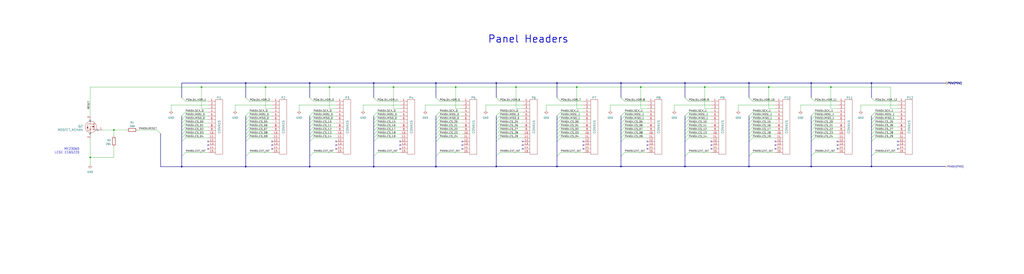
<source format=kicad_sch>
(kicad_sch (version 20250114) (generator "eeschema") (generator_version "9.0")
  (paper "User" 711.2 190.5)
  (title_block (title "12-12 Teensy G4.1 Arena Modular LED Display") (date "2024-12-23") (rev "v9.2") (company "IORodeo for Reiserlab @ Janelia"))
  (lib_symbols
    (symbol "Device:R" (pin_numbers (hide yes)) (pin_names (offset 0))
      (property "Reference" "R" (at 2.032 0 90))
      (property "Value" "R" (at 0 0 90))
      (symbol "R_0_1"
        (rectangle (start -1.016 -2.54) (end 1.016 2.54) (stroke (width 0.254)))
      )
      (symbol "R_1_1"
        (pin passive line (at 0 3.81 270) (length 1.27) (name "~") (number "1"))
        (pin passive line (at 0 -3.81 90) (length 1.27) (name "~") (number "2"))
      )
    )
    (symbol "arena_custom:CONN15" (pin_names (offset 1.016))
      (property "Reference" "P" (at -17.78 6.35 0))
      (property "Value" "CONN15" (at 13.97 6.35 0))
      (symbol "CONN15_0_1"
        (rectangle (start -19.05 5.08) (end 19.05 0))
      )
      (symbol "CONN15_1_1"
        (pin passive line (at -17.78 -5.08 90) (length 5.08) (name "~") (number "1"))
        (pin passive line (at -15.24 -5.08 90) (length 5.08) (name "~") (number "2"))
        (pin passive line (at -12.7 -5.08 90) (length 5.08) (name "~") (number "3"))
        (pin passive line (at -10.16 -5.08 90) (length 5.08) (name "~") (number "4"))
        (pin passive line (at -7.62 -5.08 90) (length 5.08) (name "~") (number "5"))
        (pin passive line (at -5.08 -5.08 90) (length 5.08) (name "~") (number "6"))
        (pin passive line (at -2.54 -5.08 90) (length 5.08) (name "~") (number "7"))
        (pin passive line (at 0 -5.08 90) (length 5.08) (name "~") (number "8"))
        (pin passive line (at 2.54 -5.08 90) (length 5.08) (name "~") (number "9"))
        (pin passive line (at 5.08 -5.08 90) (length 5.08) (name "~") (number "10"))
        (pin passive line (at 7.62 -5.08 90) (length 5.08) (name "~") (number "11"))
        (pin passive line (at 10.16 -5.08 90) (length 5.08) (name "~") (number "12"))
        (pin passive line (at 12.7 -5.08 90) (length 5.08) (name "~") (number "13"))
        (pin passive line (at 15.24 -5.08 90) (length 5.08) (name "~") (number "14"))
        (pin passive line (at 17.78 -5.08 90) (length 5.08) (name "~") (number "15"))
      )
    )
    (symbol "arena_custom:MOSFET_NCHAN" (pin_names (offset 1.016))
      (property "Reference" "Q" (at -4.826 6.35 0))
      (property "Value" "MOSFET_NCHAN" (at 0.381 -7.62 0))
      (symbol "MOSFET_NCHAN_0_1"
        (polyline (pts (xy -6.858 0) (xy -5.842 0)))
        (polyline (pts (xy -6.096 0) (xy -3.048 0) (xy -3.048 4.572)))
        (polyline (pts (xy -2.54 3.556) (xy -2.54 4.572)) (stroke (width 0.254)))
        (polyline (pts (xy -2.54 2.286) (xy -1.778 2.794) (xy -1.778 1.778) (xy -2.54 2.286)) (fill (type outline)))
        (polyline (pts (xy -2.54 1.778) (xy -2.54 2.794)) (stroke (width 0.254)))
        (polyline (pts (xy -2.54 0.508) (xy 0 0.508) (xy 0 2.286) (xy -1.778 2.286)))
        (polyline (pts (xy -2.54 0) (xy -2.54 1.016)) (stroke (width 0.254)))
        (circle (center -0.508 2.032) (radius 3.9624))
        (polyline (pts (xy -0.254 4.064) (xy -2.54 4.064)))
        (polyline (pts (xy 0 8.255) (xy 0 4.064)))
        (circle (center 0 0.508) (radius 0.254) (fill (type outline)))
        (polyline (pts (xy 0 0.508) (xy 0 -1.524)))
        (polyline (pts (xy 0 -0.508) (xy 1.778 -0.508) (xy 1.778 4.064) (xy -0.254 4.064)))
        (polyline (pts (xy 0 -4.318) (xy 0 -1.524)))
        (polyline (pts (xy 1.27 2.032) (xy 2.286 2.032)))
        (polyline (pts (xy 1.778 2.032) (xy 1.27 1.27) (xy 2.286 1.27) (xy 1.778 2.032)) (fill (type outline)))
      )
      (symbol "MOSFET_NCHAN_1_1"
        (pin input line (at -8.128 0 0) (length 1.27) (name "G") (number "1"))
        (pin input line (at 0 9.525 270) (length 1.27) (name "D") (number "3"))
        (pin input line (at 0 -5.588 90) (length 1.27) (name "S") (number "2"))
      )
    )
    (symbol "power:GND" (power) (pin_names (offset 0))
      (property "Value" "GND" (at 0 -3.81 0))
      (symbol "GND_0_1"
        (polyline (pts (xy 0 0) (xy 0 -1.27) (xy 1.27 -1.27) (xy 0 -2.54) (xy -1.27 -1.27) (xy 0 -1.27)))
      )
      (symbol "GND_1_1"
        (pin power_in line (at 0 0 270) (length 0) (hide yes) (name "GND") (number "1"))
      )
    )
  )
  (bus_alias "PAN" (members "RESET" "SCK_0" "MOSI_0" "MISO_0" "SCK_1" "MOSI_1" "MISO_1" "CS_00" "CS_01" "CS_02" "CS_03" "CS_04" "CS_05" "CS_06" "CS_07" "CS_08" "CS_09" "CS_10" "CS_11" "CS_12" "CS_13" "CS_14" "CS_15" "CS_16" "CS_17" "CS_18" "CS_19" "CS_20" "CS_21" "CS_22" "CS_23" "CS_24" "CS_25" "CS_26" "CS_27" "CS_28" "CS_29" "EXT_INT"))
  (text "Panel Headers" (at 338.709 30.226 0) (effects (font (size 5.08 5.08) (thickness 0.508) (bold yes)) (justify left bottom)))
  (text "ME2306D\nLCSC C165220\n" (at 55.245 107.061 0) (effects (font (size 1.524 1.524)) (justify right bottom)))
  (junction (at 259.588 57.785))
  (junction (at 386.842 57.785))
  (junction (at 431.292 115.824))
  (junction (at 316.484 60.579))
  (junction (at 475.742 115.824))
  (junction (at 563.372 57.785))
  (junction (at 386.842 115.824))
  (junction (at 62.611 109.474))
  (junction (at 215.138 115.951))
  (junction (at 563.372 115.824))
  (junction (at 139.954 60.579))
  (junction (at 79.121 90.424))
  (junction (at 520.192 115.824))
  (junction (at 184.404 60.579))
  (junction (at 445.008 60.579))
  (junction (at 170.688 115.951))
  (junction (at 577.088 60.579))
  (junction (at 273.304 60.579))
  (junction (at 489.458 60.579))
  (junction (at 520.192 57.785))
  (junction (at 344.678 115.824))
  (junction (at 302.768 57.785))
  (junction (at 431.292 57.785))
  (junction (at 533.908 60.579))
  (junction (at 475.742 57.785))
  (junction (at 215.138 57.785))
  (junction (at 126.238 115.951))
  (junction (at 358.394 60.579))
  (junction (at 228.854 60.579))
  (junction (at 605.282 115.824))
  (junction (at 605.282 57.785))
  (junction (at 170.688 57.785))
  (junction (at 344.678 57.785))
  (junction (at 400.558 60.579))
  (junction (at 259.588 115.951))
  (junction (at 302.768 115.951))
  (no_connect (at 144.526 100.965))
  (no_connect (at 623.57 103.505))
  (no_connect (at 581.66 98.425))
  (no_connect (at 623.57 98.425))
  (no_connect (at 321.056 103.505))
  (no_connect (at 494.03 103.505))
  (no_connect (at 581.66 103.505))
  (no_connect (at 321.056 100.965))
  (no_connect (at 405.13 98.425))
  (no_connect (at 449.58 103.505))
  (no_connect (at 188.976 100.965))
  (no_connect (at 233.426 103.505))
  (no_connect (at 538.48 103.505))
  (no_connect (at 581.66 100.965))
  (no_connect (at 144.526 103.505))
  (no_connect (at 362.966 98.425))
  (no_connect (at 449.58 100.965))
  (no_connect (at 188.976 98.425))
  (no_connect (at 233.426 98.425))
  (no_connect (at 538.48 100.965))
  (no_connect (at 362.966 100.965))
  (no_connect (at 623.57 100.965))
  (no_connect (at 494.03 98.425))
  (no_connect (at 494.03 100.965))
  (no_connect (at 233.426 100.965))
  (no_connect (at 449.58 98.425))
  (no_connect (at 277.876 100.965))
  (no_connect (at 538.48 98.425))
  (no_connect (at 405.13 100.965))
  (no_connect (at 405.13 103.505))
  (no_connect (at 144.526 98.425))
  (no_connect (at 188.976 103.505))
  (no_connect (at 277.876 103.505))
  (no_connect (at 362.966 103.505))
  (no_connect (at 277.876 98.425))
  (no_connect (at 321.056 98.425))
  (bus_entry (at 563.372 88.265) (size 2.54 -2.54))
  (bus_entry (at 386.842 83.185) (size 2.54 -2.54))
  (bus_entry (at 302.768 80.645) (size 2.54 -2.54))
  (bus_entry (at 386.842 67.945) (size 2.54 2.54))
  (bus_entry (at 605.282 85.725) (size 2.54 -2.54))
  (bus_entry (at 475.742 98.425) (size 2.54 -2.54))
  (bus_entry (at 605.282 88.265) (size 2.54 -2.54))
  (bus_entry (at 344.678 90.805) (size 2.54 -2.54))
  (bus_entry (at 170.688 85.725) (size 2.54 -2.54))
  (bus_entry (at 259.588 98.425) (size 2.54 -2.54))
  (bus_entry (at 520.192 95.885) (size 2.54 -2.54))
  (bus_entry (at 126.238 85.725) (size 2.54 -2.54))
  (bus_entry (at 215.138 90.805) (size 2.54 -2.54))
  (bus_entry (at 215.138 98.425) (size 2.54 -2.54))
  (bus_entry (at 563.372 108.585) (size 2.54 -2.54))
  (bus_entry (at 126.238 80.645) (size 2.54 -2.54))
  (bus_entry (at 126.238 67.945) (size 2.54 2.54))
  (bus_entry (at 475.742 90.805) (size 2.54 -2.54))
  (bus_entry (at 605.282 80.645) (size 2.54 -2.54))
  (bus_entry (at 170.688 93.345) (size 2.54 -2.54))
  (bus_entry (at 520.192 83.185) (size 2.54 -2.54))
  (bus_entry (at 259.588 90.805) (size 2.54 -2.54))
  (bus_entry (at 170.688 95.885) (size 2.54 -2.54))
  (bus_entry (at 475.742 80.645) (size 2.54 -2.54))
  (bus_entry (at 431.292 98.425) (size 2.54 -2.54))
  (bus_entry (at 344.678 80.645) (size 2.54 -2.54))
  (bus_entry (at 344.678 85.725) (size 2.54 -2.54))
  (bus_entry (at 344.678 93.345) (size 2.54 -2.54))
  (bus_entry (at 386.842 88.265) (size 2.54 -2.54))
  (bus_entry (at 431.292 85.725) (size 2.54 -2.54))
  (bus_entry (at 215.138 80.645) (size 2.54 -2.54))
  (bus_entry (at 302.768 93.345) (size 2.54 -2.54))
  (bus_entry (at 126.238 95.885) (size 2.54 -2.54))
  (bus_entry (at 520.192 67.945) (size 2.54 2.54))
  (bus_entry (at 170.688 98.425) (size 2.54 -2.54))
  (bus_entry (at 475.742 85.725) (size 2.54 -2.54))
  (bus_entry (at 215.138 93.345) (size 2.54 -2.54))
  (bus_entry (at 386.842 95.885) (size 2.54 -2.54))
  (bus_entry (at 344.678 108.585) (size 2.54 -2.54))
  (bus_entry (at 563.372 95.885) (size 2.54 -2.54))
  (bus_entry (at 259.588 80.645) (size 2.54 -2.54))
  (bus_entry (at 215.138 88.265) (size 2.54 -2.54))
  (bus_entry (at 386.842 98.425) (size 2.54 -2.54))
  (bus_entry (at 475.742 95.885) (size 2.54 -2.54))
  (bus_entry (at 386.842 93.345) (size 2.54 -2.54))
  (bus_entry (at 170.688 108.585) (size 2.54 -2.54))
  (bus_entry (at 215.138 85.725) (size 2.54 -2.54))
  (bus_entry (at 111.506 92.964) (size -2.54 -2.54))
  (bus_entry (at 475.742 108.585) (size 2.54 -2.54))
  (bus_entry (at 563.372 83.185) (size 2.54 -2.54))
  (bus_entry (at 302.768 95.885) (size 2.54 -2.54))
  (bus_entry (at 302.768 108.585) (size 2.54 -2.54))
  (bus_entry (at 344.678 83.185) (size 2.54 -2.54))
  (bus_entry (at 431.292 93.345) (size 2.54 -2.54))
  (bus_entry (at 259.588 93.345) (size 2.54 -2.54))
  (bus_entry (at 344.678 98.425) (size 2.54 -2.54))
  (bus_entry (at 605.282 83.185) (size 2.54 -2.54))
  (bus_entry (at 215.138 95.885) (size 2.54 -2.54))
  (bus_entry (at 605.282 108.585) (size 2.54 -2.54))
  (bus_entry (at 431.292 80.645) (size 2.54 -2.54))
  (bus_entry (at 475.742 83.185) (size 2.54 -2.54))
  (bus_entry (at 126.238 83.185) (size 2.54 -2.54))
  (bus_entry (at 302.768 98.425) (size 2.54 -2.54))
  (bus_entry (at 259.588 85.725) (size 2.54 -2.54))
  (bus_entry (at 344.678 67.945) (size 2.54 2.54))
  (bus_entry (at 431.292 67.945) (size 2.54 2.54))
  (bus_entry (at 520.192 93.345) (size 2.54 -2.54))
  (bus_entry (at 126.238 90.805) (size 2.54 -2.54))
  (bus_entry (at 259.588 67.945) (size 2.54 2.54))
  (bus_entry (at 344.678 95.885) (size 2.54 -2.54))
  (bus_entry (at 605.282 98.425) (size 2.54 -2.54))
  (bus_entry (at 344.678 88.265) (size 2.54 -2.54))
  (bus_entry (at 431.292 88.265) (size 2.54 -2.54))
  (bus_entry (at 563.372 98.425) (size 2.54 -2.54))
  (bus_entry (at 475.742 67.945) (size 2.54 2.54))
  (bus_entry (at 520.192 98.425) (size 2.54 -2.54))
  (bus_entry (at 563.372 90.805) (size 2.54 -2.54))
  (bus_entry (at 170.688 83.185) (size 2.54 -2.54))
  (bus_entry (at 475.742 93.345) (size 2.54 -2.54))
  (bus_entry (at 170.688 90.805) (size 2.54 -2.54))
  (bus_entry (at 386.842 108.585) (size 2.54 -2.54))
  (bus_entry (at 259.588 88.265) (size 2.54 -2.54))
  (bus_entry (at 259.588 95.885) (size 2.54 -2.54))
  (bus_entry (at 520.192 88.265) (size 2.54 -2.54))
  (bus_entry (at 126.238 88.265) (size 2.54 -2.54))
  (bus_entry (at 563.372 67.945) (size 2.54 2.54))
  (bus_entry (at 302.768 67.945) (size 2.54 2.54))
  (bus_entry (at 215.138 108.585) (size 2.54 -2.54))
  (bus_entry (at 302.768 90.805) (size 2.54 -2.54))
  (bus_entry (at 475.742 88.265) (size 2.54 -2.54))
  (bus_entry (at 563.372 93.345) (size 2.54 -2.54))
  (bus_entry (at 605.282 95.885) (size 2.54 -2.54))
  (bus_entry (at 126.238 98.425) (size 2.54 -2.54))
  (bus_entry (at 126.238 93.345) (size 2.54 -2.54))
  (bus_entry (at 431.292 90.805) (size 2.54 -2.54))
  (bus_entry (at 170.688 88.265) (size 2.54 -2.54))
  (bus_entry (at 431.292 83.185) (size 2.54 -2.54))
  (bus_entry (at 563.372 80.645) (size 2.54 -2.54))
  (bus_entry (at 259.588 108.585) (size 2.54 -2.54))
  (bus_entry (at 215.138 83.185) (size 2.54 -2.54))
  (bus_entry (at 520.192 108.585) (size 2.54 -2.54))
  (bus_entry (at 302.768 85.725) (size 2.54 -2.54))
  (bus_entry (at 126.238 108.585) (size 2.54 -2.54))
  (bus_entry (at 386.842 85.725) (size 2.54 -2.54))
  (bus_entry (at 520.192 80.645) (size 2.54 -2.54))
  (bus_entry (at 170.688 67.945) (size 2.54 2.54))
  (bus_entry (at 386.842 80.645) (size 2.54 -2.54))
  (bus_entry (at 431.292 95.885) (size 2.54 -2.54))
  (bus_entry (at 605.282 93.345) (size 2.54 -2.54))
  (bus_entry (at 520.192 90.805) (size 2.54 -2.54))
  (bus_entry (at 302.768 83.185) (size 2.54 -2.54))
  (bus_entry (at 605.282 90.805) (size 2.54 -2.54))
  (bus_entry (at 259.588 83.185) (size 2.54 -2.54))
  (bus_entry (at 170.688 80.645) (size 2.54 -2.54))
  (bus_entry (at 431.292 108.585) (size 2.54 -2.54))
  (bus_entry (at 605.282 67.945) (size 2.54 2.54))
  (bus_entry (at 386.842 90.805) (size 2.54 -2.54))
  (bus_entry (at 563.372 85.725) (size 2.54 -2.54))
  (bus_entry (at 215.138 67.945) (size 2.54 2.54))
  (bus_entry (at 302.768 88.265) (size 2.54 -2.54))
  (bus_entry (at 520.192 85.725) (size 2.54 -2.54))
  (wire (pts (xy 184.404 75.565) (xy 184.404 60.579)))
  (wire (pts (xy 565.912 95.885) (xy 581.66 95.885)))
  (bus (pts (xy 259.588 115.951) (xy 302.768 115.951)))
  (bus (pts (xy 170.688 115.951) (xy 215.138 115.951)))
  (wire (pts (xy 305.308 93.345) (xy 321.056 93.345)))
  (bus (pts (xy 111.506 92.964) (xy 111.506 115.951)))
  (wire (pts (xy 597.916 73.025) (xy 623.57 73.025)))
  (bus (pts (xy 259.588 115.951) (xy 259.588 108.585)))
  (wire (pts (xy 533.908 75.565) (xy 533.908 60.579)))
  (wire (pts (xy 556.006 73.025) (xy 556.006 76.835)))
  (wire (pts (xy 433.832 93.345) (xy 449.58 93.345)))
  (bus (pts (xy 126.238 83.185) (xy 126.238 85.725)))
  (wire (pts (xy 478.282 88.265) (xy 494.03 88.265)))
  (bus (pts (xy 431.292 88.265) (xy 431.292 90.805)))
  (bus (pts (xy 475.742 88.265) (xy 475.742 90.805)))
  (wire (pts (xy 108.966 90.424) (xy 95.631 90.424)))
  (bus (pts (xy 215.138 90.805) (xy 215.138 93.345)))
  (bus (pts (xy 605.282 85.725) (xy 605.282 88.265)))
  (bus (pts (xy 170.688 95.885) (xy 170.688 98.425)))
  (bus (pts (xy 475.742 80.645) (xy 475.742 83.185)))
  (wire (pts (xy 262.128 95.885) (xy 277.876 95.885)))
  (bus (pts (xy 563.372 85.725) (xy 563.372 88.265)))
  (bus (pts (xy 126.238 95.885) (xy 126.238 98.425)))
  (bus (pts (xy 563.372 108.585) (xy 563.372 98.425)))
  (wire (pts (xy 433.832 83.185) (xy 449.58 83.185)))
  (bus (pts (xy 302.768 83.185) (xy 302.768 85.725)))
  (bus (pts (xy 386.842 108.585) (xy 386.842 115.824)))
  (wire (pts (xy 295.402 73.025) (xy 295.402 76.835)))
  (bus (pts (xy 386.842 98.425) (xy 386.842 108.585)))
  (wire (pts (xy 252.222 73.025) (xy 252.222 76.835)))
  (bus (pts (xy 520.192 93.345) (xy 520.192 95.885)))
  (wire (pts (xy 478.282 78.105) (xy 494.03 78.105)))
  (bus (pts (xy 344.678 80.645) (xy 344.678 83.185)))
  (bus (pts (xy 215.138 115.951) (xy 215.138 108.585)))
  (wire (pts (xy 565.912 80.645) (xy 581.66 80.645)))
  (wire (pts (xy 128.778 95.885) (xy 144.526 95.885)))
  (bus (pts (xy 520.192 108.585) (xy 520.192 98.425)))
  (bus (pts (xy 520.192 83.185) (xy 520.192 85.725)))
  (wire (pts (xy 305.308 106.045) (xy 321.056 106.045)))
  (bus (pts (xy 302.768 57.785) (xy 302.768 67.945)))
  (wire (pts (xy 305.308 90.805) (xy 321.056 90.805)))
  (wire (pts (xy 478.282 80.645) (xy 494.03 80.645)))
  (wire (pts (xy 62.611 109.474) (xy 62.611 114.554)))
  (bus (pts (xy 259.588 93.345) (xy 259.588 95.885)))
  (wire (pts (xy 173.228 70.485) (xy 188.976 70.485)))
  (wire (pts (xy 362.966 75.565) (xy 358.394 75.565)))
  (bus (pts (xy 386.842 88.265) (xy 386.842 90.805)))
  (wire (pts (xy 277.876 75.565) (xy 273.304 75.565)))
  (bus (pts (xy 431.292 80.645) (xy 431.292 83.185)))
  (wire (pts (xy 128.778 80.645) (xy 144.526 80.645)))
  (wire (pts (xy 445.008 75.565) (xy 445.008 60.579)))
  (wire (pts (xy 217.678 78.105) (xy 233.426 78.105)))
  (bus (pts (xy 344.678 115.824) (xy 386.842 115.824)))
  (wire (pts (xy 262.128 93.345) (xy 277.876 93.345)))
  (bus (pts (xy 302.768 90.805) (xy 302.768 93.345)))
  (wire (pts (xy 347.218 90.805) (xy 362.966 90.805)))
  (wire (pts (xy 389.382 93.345) (xy 405.13 93.345)))
  (bus (pts (xy 475.742 115.824) (xy 520.192 115.824)))
  (wire (pts (xy 478.282 70.485) (xy 494.03 70.485)))
  (wire (pts (xy 607.822 93.345) (xy 623.57 93.345)))
  (wire (pts (xy 128.778 78.105) (xy 144.526 78.105)))
  (bus (pts (xy 170.688 98.425) (xy 170.688 108.585)))
  (wire (pts (xy 316.484 60.579) (xy 358.394 60.579)))
  (wire (pts (xy 337.312 73.025) (xy 362.966 73.025)))
  (bus (pts (xy 431.292 115.824) (xy 475.742 115.824)))
  (wire (pts (xy 607.822 78.105) (xy 623.57 78.105)))
  (bus (pts (xy 344.678 57.785) (xy 344.678 67.945)))
  (wire (pts (xy 522.732 85.725) (xy 538.48 85.725)))
  (wire (pts (xy 433.832 80.645) (xy 449.58 80.645)))
  (wire (pts (xy 173.228 93.345) (xy 188.976 93.345)))
  (wire (pts (xy 128.778 90.805) (xy 144.526 90.805)))
  (wire (pts (xy 522.732 78.105) (xy 538.48 78.105)))
  (bus (pts (xy 259.588 85.725) (xy 259.588 88.265)))
  (wire (pts (xy 389.382 85.725) (xy 405.13 85.725)))
  (wire (pts (xy 468.376 73.025) (xy 468.376 76.835)))
  (bus (pts (xy 302.768 108.585) (xy 302.768 98.425)))
  (wire (pts (xy 184.404 60.579) (xy 228.854 60.579)))
  (wire (pts (xy 217.678 70.485) (xy 233.426 70.485)))
  (bus (pts (xy 215.138 85.725) (xy 215.138 88.265)))
  (bus (pts (xy 386.842 95.885) (xy 386.842 98.425)))
  (wire (pts (xy 273.304 75.565) (xy 273.304 60.579)))
  (wire (pts (xy 128.778 83.185) (xy 144.526 83.185)))
  (wire (pts (xy 522.732 80.645) (xy 538.48 80.645)))
  (bus (pts (xy 605.282 115.824) (xy 656.336 115.824)))
  (wire (pts (xy 173.228 95.885) (xy 188.976 95.885)))
  (bus (pts (xy 520.192 108.585) (xy 520.192 115.824)))
  (bus (pts (xy 605.282 57.785) (xy 656.59 57.785)))
  (wire (pts (xy 478.282 93.345) (xy 494.03 93.345)))
  (wire (pts (xy 445.008 60.579) (xy 489.458 60.579)))
  (bus (pts (xy 431.292 98.425) (xy 431.292 108.585)))
  (bus (pts (xy 344.678 90.805) (xy 344.678 93.345)))
  (wire (pts (xy 522.732 83.185) (xy 538.48 83.185)))
  (wire (pts (xy 565.912 93.345) (xy 581.66 93.345)))
  (bus (pts (xy 386.842 85.725) (xy 386.842 88.265)))
  (bus (pts (xy 386.842 90.805) (xy 386.842 93.345)))
  (wire (pts (xy 207.772 73.025) (xy 233.426 73.025)))
  (wire (pts (xy 228.854 75.565) (xy 228.854 60.579)))
  (wire (pts (xy 347.218 95.885) (xy 362.966 95.885)))
  (wire (pts (xy 262.128 70.485) (xy 277.876 70.485)))
  (wire (pts (xy 128.778 85.725) (xy 144.526 85.725)))
  (wire (pts (xy 347.218 83.185) (xy 362.966 83.185)))
  (wire (pts (xy 347.218 70.485) (xy 362.966 70.485)))
  (wire (pts (xy 173.228 85.725) (xy 188.976 85.725)))
  (wire (pts (xy 565.912 83.185) (xy 581.66 83.185)))
  (wire (pts (xy 538.48 75.565) (xy 533.908 75.565)))
  (bus (pts (xy 431.292 57.785) (xy 431.292 67.945)))
  (bus (pts (xy 215.138 95.885) (xy 215.138 98.425)))
  (wire (pts (xy 305.308 83.185) (xy 321.056 83.185)))
  (bus (pts (xy 605.282 108.585) (xy 605.282 115.824)))
  (bus (pts (xy 520.192 90.805) (xy 520.192 93.345)))
  (bus (pts (xy 170.688 90.805) (xy 170.688 93.345)))
  (bus (pts (xy 386.842 83.185) (xy 386.842 85.725)))
  (bus (pts (xy 344.678 108.585) (xy 344.678 98.425)))
  (bus (pts (xy 215.138 57.785) (xy 259.588 57.785)))
  (bus (pts (xy 431.292 57.785) (xy 475.742 57.785)))
  (bus (pts (xy 215.138 80.645) (xy 215.138 83.185)))
  (bus (pts (xy 605.282 80.645) (xy 605.282 83.185)))
  (bus (pts (xy 126.238 88.265) (xy 126.238 90.805)))
  (bus (pts (xy 520.192 85.725) (xy 520.192 88.265)))
  (wire (pts (xy 565.912 85.725) (xy 581.66 85.725)))
  (bus (pts (xy 215.138 108.585) (xy 215.138 98.425)))
  (bus (pts (xy 563.372 57.785) (xy 605.282 57.785)))
  (wire (pts (xy 217.678 83.185) (xy 233.426 83.185)))
  (bus (pts (xy 126.238 93.345) (xy 126.238 95.885)))
  (wire (pts (xy 577.088 60.579) (xy 618.617 60.579)))
  (bus (pts (xy 259.588 57.785) (xy 302.768 57.785)))
  (wire (pts (xy 478.282 106.045) (xy 494.03 106.045)))
  (bus (pts (xy 520.192 57.785) (xy 563.372 57.785)))
  (bus (pts (xy 475.742 98.425) (xy 475.742 108.585)))
  (wire (pts (xy 262.128 88.265) (xy 277.876 88.265)))
  (bus (pts (xy 386.842 80.645) (xy 386.842 83.185)))
  (wire (pts (xy 607.822 83.185) (xy 623.57 83.185)))
  (bus (pts (xy 605.282 108.585) (xy 605.282 98.425)))
  (wire (pts (xy 449.58 75.565) (xy 445.008 75.565)))
  (bus (pts (xy 344.678 85.725) (xy 344.678 88.265)))
  (wire (pts (xy 607.822 70.485) (xy 623.57 70.485)))
  (bus (pts (xy 563.372 88.265) (xy 563.372 90.805)))
  (wire (pts (xy 423.926 73.025) (xy 449.58 73.025)))
  (wire (pts (xy 305.308 80.645) (xy 321.056 80.645)))
  (bus (pts (xy 259.588 108.585) (xy 259.588 98.425)))
  (wire (pts (xy 128.778 70.485) (xy 144.526 70.485)))
  (wire (pts (xy 79.121 90.424) (xy 70.739 90.424)))
  (bus (pts (xy 344.678 115.951) (xy 344.678 115.824)))
  (wire (pts (xy 128.778 106.045) (xy 144.526 106.045)))
  (bus (pts (xy 126.238 108.585) (xy 126.238 115.951)))
  (bus (pts (xy 344.678 93.345) (xy 344.678 95.885)))
  (wire (pts (xy 478.282 85.725) (xy 494.03 85.725)))
  (wire (pts (xy 565.912 70.485) (xy 581.66 70.485)))
  (wire (pts (xy 252.222 73.025) (xy 277.876 73.025)))
  (wire (pts (xy 233.426 75.565) (xy 228.854 75.565)))
  (wire (pts (xy 565.912 90.805) (xy 581.66 90.805)))
  (wire (pts (xy 173.228 106.045) (xy 188.976 106.045)))
  (bus (pts (xy 344.678 83.185) (xy 344.678 85.725)))
  (wire (pts (xy 533.908 60.579) (xy 577.088 60.579)))
  (bus (pts (xy 344.678 88.265) (xy 344.678 90.805)))
  (wire (pts (xy 478.282 95.885) (xy 494.03 95.885)))
  (bus (pts (xy 259.588 90.805) (xy 259.588 93.345)))
  (bus (pts (xy 170.688 93.345) (xy 170.688 95.885)))
  (bus (pts (xy 126.238 85.725) (xy 126.238 88.265)))
  (wire (pts (xy 358.394 75.565) (xy 358.394 60.579)))
  (wire (pts (xy 347.218 85.725) (xy 362.966 85.725)))
  (bus (pts (xy 302.768 93.345) (xy 302.768 95.885)))
  (wire (pts (xy 607.822 80.645) (xy 623.57 80.645)))
  (wire (pts (xy 468.376 73.025) (xy 494.03 73.025)))
  (bus (pts (xy 520.192 88.265) (xy 520.192 90.805)))
  (wire (pts (xy 347.218 88.265) (xy 362.966 88.265)))
  (wire (pts (xy 62.611 96.012) (xy 62.611 109.474)))
  (bus (pts (xy 215.138 57.785) (xy 215.138 67.945)))
  (wire (pts (xy 581.66 75.565) (xy 577.088 75.565)))
  (wire (pts (xy 433.832 78.105) (xy 449.58 78.105)))
  (bus (pts (xy 431.292 95.885) (xy 431.292 98.425)))
  (bus (pts (xy 520.192 95.885) (xy 520.192 98.425)))
  (wire (pts (xy 163.322 73.025) (xy 188.976 73.025)))
  (wire (pts (xy 607.822 90.805) (xy 623.57 90.805)))
  (wire (pts (xy 400.558 60.579) (xy 445.008 60.579)))
  (bus (pts (xy 431.292 83.185) (xy 431.292 85.725)))
  (bus (pts (xy 126.238 115.951) (xy 170.688 115.951)))
  (wire (pts (xy 305.308 85.725) (xy 321.056 85.725)))
  (wire (pts (xy 565.912 78.105) (xy 581.66 78.105)))
  (wire (pts (xy 389.382 80.645) (xy 405.13 80.645)))
  (wire (pts (xy 597.916 73.025) (xy 597.916 76.835)))
  (wire (pts (xy 512.826 73.025) (xy 512.826 76.835)))
  (wire (pts (xy 262.128 90.805) (xy 277.876 90.805)))
  (wire (pts (xy 512.826 73.025) (xy 538.48 73.025)))
  (bus (pts (xy 170.688 85.725) (xy 170.688 88.265)))
  (wire (pts (xy 607.822 88.265) (xy 623.57 88.265)))
  (bus (pts (xy 520.192 115.824) (xy 563.372 115.824)))
  (wire (pts (xy 173.228 78.105) (xy 188.976 78.105)))
  (bus (pts (xy 475.742 57.785) (xy 520.192 57.785)))
  (wire (pts (xy 607.822 95.885) (xy 623.57 95.885)))
  (wire (pts (xy 522.732 70.485) (xy 538.48 70.485)))
  (wire (pts (xy 321.056 75.565) (xy 316.484 75.565)))
  (bus (pts (xy 170.688 57.785) (xy 215.138 57.785)))
  (wire (pts (xy 228.854 60.579) (xy 273.304 60.579)))
  (bus (pts (xy 475.742 95.885) (xy 475.742 98.425)))
  (wire (pts (xy 273.304 60.579) (xy 316.484 60.579)))
  (bus (pts (xy 344.678 57.785) (xy 386.842 57.785)))
  (wire (pts (xy 522.732 88.265) (xy 538.48 88.265)))
  (bus (pts (xy 386.842 57.785) (xy 431.292 57.785)))
  (wire (pts (xy 217.678 95.885) (xy 233.426 95.885)))
  (wire (pts (xy 188.976 75.565) (xy 184.404 75.565)))
  (bus (pts (xy 475.742 90.805) (xy 475.742 93.345)))
  (bus (pts (xy 605.282 83.185) (xy 605.282 85.725)))
  (wire (pts (xy 494.03 75.565) (xy 489.458 75.565)))
  (wire (pts (xy 389.382 88.265) (xy 405.13 88.265)))
  (bus (pts (xy 563.372 57.785) (xy 563.372 67.945)))
  (wire (pts (xy 379.476 73.025) (xy 379.476 76.835)))
  (wire (pts (xy 556.006 73.025) (xy 581.66 73.025)))
  (bus (pts (xy 126.238 98.425) (xy 126.238 108.585)))
  (wire (pts (xy 217.678 90.805) (xy 233.426 90.805)))
  (bus (pts (xy 126.238 80.645) (xy 126.238 83.185)))
  (bus (pts (xy 563.372 95.885) (xy 563.372 98.425)))
  (bus (pts (xy 111.506 115.951) (xy 126.238 115.951)))
  (wire (pts (xy 62.611 60.579) (xy 62.611 80.899)))
  (bus (pts (xy 386.842 57.785) (xy 386.842 67.945)))
  (wire (pts (xy 433.832 88.265) (xy 449.58 88.265)))
  (wire (pts (xy 358.394 60.579) (xy 400.558 60.579)))
  (wire (pts (xy 305.308 70.485) (xy 321.056 70.485)))
  (wire (pts (xy 62.611 60.579) (xy 139.954 60.579)))
  (bus (pts (xy 431.292 90.805) (xy 431.292 93.345)))
  (bus (pts (xy 215.138 115.951) (xy 259.588 115.951)))
  (wire (pts (xy 478.282 90.805) (xy 494.03 90.805)))
  (wire (pts (xy 173.228 88.265) (xy 188.976 88.265)))
  (bus (pts (xy 259.588 57.785) (xy 259.588 67.945)))
  (wire (pts (xy 522.732 106.045) (xy 538.48 106.045)))
  (wire (pts (xy 262.128 85.725) (xy 277.876 85.725)))
  (wire (pts (xy 262.128 80.645) (xy 277.876 80.645)))
  (wire (pts (xy 347.218 93.345) (xy 362.966 93.345)))
  (wire (pts (xy 262.128 106.045) (xy 277.876 106.045)))
  (bus (pts (xy 475.742 85.725) (xy 475.742 88.265)))
  (wire (pts (xy 522.732 93.345) (xy 538.48 93.345)))
  (wire (pts (xy 139.954 60.579) (xy 184.404 60.579)))
  (bus (pts (xy 170.688 88.265) (xy 170.688 90.805)))
  (bus (pts (xy 386.842 93.345) (xy 386.842 95.885)))
  (wire (pts (xy 144.526 75.565) (xy 139.954 75.565)))
  (wire (pts (xy 577.088 75.565) (xy 577.088 60.579)))
  (wire (pts (xy 489.458 60.579) (xy 533.908 60.579)))
  (wire (pts (xy 389.382 70.485) (xy 405.13 70.485)))
  (bus (pts (xy 259.588 88.265) (xy 259.588 90.805)))
  (bus (pts (xy 431.292 108.585) (xy 431.292 115.824)))
  (wire (pts (xy 217.678 88.265) (xy 233.426 88.265)))
  (bus (pts (xy 170.688 57.785) (xy 170.688 67.945)))
  (wire (pts (xy 217.678 106.045) (xy 233.426 106.045)))
  (wire (pts (xy 88.011 90.424) (xy 79.121 90.424)))
  (bus (pts (xy 215.138 88.265) (xy 215.138 90.805)))
  (bus (pts (xy 520.192 80.645) (xy 520.192 83.185)))
  (wire (pts (xy 217.678 93.345) (xy 233.426 93.345)))
  (wire (pts (xy 423.926 73.025) (xy 423.926 76.835)))
  (bus (pts (xy 431.292 93.345) (xy 431.292 95.885)))
  (bus (pts (xy 475.742 108.585) (xy 475.742 115.824)))
  (wire (pts (xy 389.382 83.185) (xy 405.13 83.185)))
  (wire (pts (xy 337.312 73.025) (xy 337.312 76.835)))
  (wire (pts (xy 347.218 78.105) (xy 362.966 78.105)))
  (wire (pts (xy 207.772 73.025) (xy 207.772 76.835)))
  (bus (pts (xy 475.742 93.345) (xy 475.742 95.885)))
  (bus (pts (xy 259.588 80.645) (xy 259.588 83.185)))
  (wire (pts (xy 118.872 73.025) (xy 118.872 76.835)))
  (bus (pts (xy 126.238 67.945) (xy 126.238 57.785)))
  (wire (pts (xy 389.382 106.045) (xy 405.13 106.045)))
  (wire (pts (xy 607.822 85.725) (xy 623.57 85.725)))
  (wire (pts (xy 139.954 75.565) (xy 139.954 60.579)))
  (bus (pts (xy 563.372 83.185) (xy 563.372 85.725)))
  (wire (pts (xy 433.832 106.045) (xy 449.58 106.045)))
  (bus (pts (xy 302.768 95.885) (xy 302.768 98.425)))
  (bus (pts (xy 563.372 115.824) (xy 605.282 115.824)))
  (wire (pts (xy 478.282 83.185) (xy 494.03 83.185)))
  (wire (pts (xy 128.778 88.265) (xy 144.526 88.265)))
  (bus (pts (xy 259.588 83.185) (xy 259.588 85.725)))
  (bus (pts (xy 126.238 90.805) (xy 126.238 93.345)))
  (wire (pts (xy 217.678 80.645) (xy 233.426 80.645)))
  (wire (pts (xy 389.382 95.885) (xy 405.13 95.885)))
  (bus (pts (xy 605.282 88.265) (xy 605.282 90.805)))
  (wire (pts (xy 118.872 73.025) (xy 144.526 73.025)))
  (bus (pts (xy 605.282 93.345) (xy 605.282 95.885)))
  (wire (pts (xy 433.832 90.805) (xy 449.58 90.805)))
  (bus (pts (xy 605.282 95.885) (xy 605.282 98.425)))
  (bus (pts (xy 170.688 108.585) (xy 170.688 115.951)))
  (wire (pts (xy 173.228 80.645) (xy 188.976 80.645)))
  (wire (pts (xy 163.322 73.025) (xy 163.322 76.835)))
  (wire (pts (xy 618.617 75.565) (xy 623.57 75.565)))
  (bus (pts (xy 563.372 90.805) (xy 563.372 93.345)))
  (bus (pts (xy 302.768 88.265) (xy 302.768 90.805)))
  (wire (pts (xy 379.476 73.025) (xy 405.13 73.025)))
  (wire (pts (xy 316.484 75.565) (xy 316.484 60.579)))
  (wire (pts (xy 217.678 85.725) (xy 233.426 85.725)))
  (wire (pts (xy 389.382 78.105) (xy 405.13 78.105)))
  (wire (pts (xy 262.128 78.105) (xy 277.876 78.105)))
  (bus (pts (xy 302.768 57.785) (xy 344.678 57.785)))
  (wire (pts (xy 405.13 75.565) (xy 400.558 75.565)))
  (wire (pts (xy 433.832 95.885) (xy 449.58 95.885)))
  (wire (pts (xy 489.458 75.565) (xy 489.458 60.579)))
  (wire (pts (xy 79.121 109.474) (xy 62.611 109.474)))
  (bus (pts (xy 520.192 57.785) (xy 520.192 67.945)))
  (wire (pts (xy 128.778 93.345) (xy 144.526 93.345)))
  (bus (pts (xy 215.138 93.345) (xy 215.138 95.885)))
  (bus (pts (xy 344.678 115.824) (xy 344.678 108.585)))
  (wire (pts (xy 305.308 95.885) (xy 321.056 95.885)))
  (bus (pts (xy 475.742 57.785) (xy 475.742 67.945)))
  (bus (pts (xy 475.742 83.185) (xy 475.742 85.725)))
  (wire (pts (xy 347.218 106.045) (xy 362.966 106.045)))
  (bus (pts (xy 259.588 95.885) (xy 259.588 98.425)))
  (wire (pts (xy 433.832 70.485) (xy 449.58 70.485)))
  (bus (pts (xy 215.138 83.185) (xy 215.138 85.725)))
  (bus (pts (xy 431.292 115.824) (xy 394.716 115.824)))
  (bus (pts (xy 302.768 115.951) (xy 302.768 108.585)))
  (wire (pts (xy 173.228 83.185) (xy 188.976 83.185)))
  (bus (pts (xy 126.238 57.785) (xy 170.688 57.785)))
  (bus (pts (xy 344.678 95.885) (xy 344.678 98.425)))
  (wire (pts (xy 295.402 73.025) (xy 321.056 73.025)))
  (wire (pts (xy 607.822 106.045) (xy 623.57 106.045)))
  (bus (pts (xy 170.688 83.185) (xy 170.688 85.725)))
  (wire (pts (xy 305.308 88.265) (xy 321.056 88.265)))
  (bus (pts (xy 563.372 93.345) (xy 563.372 95.885)))
  (wire (pts (xy 400.558 75.565) (xy 400.558 60.579)))
  (wire (pts (xy 262.128 83.185) (xy 277.876 83.185)))
  (wire (pts (xy 79.121 102.108) (xy 79.121 109.474)))
  (wire (pts (xy 389.382 90.805) (xy 405.13 90.805)))
  (bus (pts (xy 302.768 80.645) (xy 302.768 83.185)))
  (bus (pts (xy 563.372 108.585) (xy 563.372 115.824)))
  (wire (pts (xy 522.732 90.805) (xy 538.48 90.805)))
  (bus (pts (xy 170.688 80.645) (xy 170.688 83.185)))
  (wire (pts (xy 79.121 90.424) (xy 79.121 94.488)))
  (wire (pts (xy 347.218 80.645) (xy 362.966 80.645)))
  (wire (pts (xy 173.228 90.805) (xy 188.976 90.805)))
  (bus (pts (xy 431.292 85.725) (xy 431.292 88.265)))
  (wire (pts (xy 618.617 75.565) (xy 618.617 60.579)))
  (wire (pts (xy 522.732 95.885) (xy 538.48 95.885)))
  (wire (pts (xy 565.912 106.045) (xy 581.66 106.045)))
  (bus (pts (xy 386.842 115.824) (xy 394.589 115.824)))
  (bus (pts (xy 605.282 90.805) (xy 605.282 93.345)))
  (wire (pts (xy 433.832 85.725) (xy 449.58 85.725)))
  (bus (pts (xy 302.768 85.725) (xy 302.768 88.265)))
  (bus (pts (xy 302.768 115.951) (xy 344.678 115.951)))
  (bus (pts (xy 563.372 80.645) (xy 563.372 83.185)))
  (wire (pts (xy 305.308 78.105) (xy 321.056 78.105)))
  (bus (pts (xy 605.282 57.785) (xy 605.282 67.945)))
  (wire (pts (xy 565.912 88.265) (xy 581.66 88.265)))
  (label "PAN5V.CS_25" (at 607.822 85.725 0))
  (label "PAN5V.CS_25" (at 347.218 85.725 0))
  (label "PAN5V.CS_17" (at 262.128 90.805 0))
  (label "PAN5V.MOSI_0" (at 128.778 80.645 0))
  (label "PAN5V.CS_20" (at 305.308 85.725 0))
  (label "PAN5V.CS_06" (at 433.832 88.265 0))
  (label "PAN5V.EXT_INT" (at 262.255 106.045 0))
  (label "PAN5V.CS_04" (at 128.778 95.885 0))
  (label "PAN5V.CS_28" (at 347.218 93.345 0))
  (label "PAN5V.CS_02" (at 128.778 90.805 0))
  (label "PAN5V.CS_08" (at 173.228 93.345 0))
  (label "PAN5V.SCK_1" (at 389.382 78.105 0))
  (label "PAN5V.CS_19" (at 522.732 95.885 0))
  (label "PAN5V.CS_28" (at 607.822 93.345 0))
  (label "PAN5V.EXT_INT" (at 389.509 106.045 0))
  (label "PAN5V.CS_24" (at 565.912 95.885 0))
  (label "POW.5V_HDR_8" (at 433.832 70.485 0))
  (label "PAN5V.EXT_INT" (at 433.959 106.045 0))
  (label "POW.5V_HDR_12" (at 607.822 70.485 0))
  (label "PAN5V.CS_18" (at 522.732 93.345 0))
  (label "PAN5V.MOSI_1" (at 433.832 80.645 0))
  (label "PAN5V.CS_21" (at 565.912 88.265 0))
  (label "PAN5V.CS_09" (at 173.228 95.885 0))
  (label "PAN5V.RESET" (at 108.966 90.424 180))
  (label "POW.5V_HDR_10" (at 522.732 70.485 0))
  (label "PAN5V.EXT_INT" (at 347.345 106.045 0))
  (label "PAN5V.CS_00" (at 128.778 85.725 0))
  (label "PAN5V.CS_19" (at 262.128 95.885 0))
  (label "PAN5V.CS_24" (at 305.308 95.885 0))
  (label "PAN5V.CS_21" (at 305.308 88.265 0))
  (label "POW.5V_HDR_4" (at 262.128 70.485 0))
  (label "PAN5V.CS_12" (at 478.282 90.805 0))
  (label "PAN5V.MOSI_1" (at 389.382 80.645 0))
  (label "PAN5V.CS_00" (at 389.382 85.725 0))
  (label "PAN5V.CS_01" (at 389.382 88.265 0))
  (label "PAN5V.EXT_INT" (at 566.039 106.045 0))
  (label "PAN5V.CS_07" (at 433.832 90.805 0))
  (label "PAN5V.MOSI_0" (at 305.308 80.645 0))
  (label "PAN5V.CS_10" (at 478.282 85.725 0))
  (label "POW.5V_HDR_7" (at 389.382 70.485 0))
  (label "PAN5V.CS_10" (at 217.678 85.725 0))
  (label "PAN5V.EXT_INT" (at 173.355 106.045 0))
  (label "PAN5V.CS_22" (at 305.308 90.805 0))
  (label "PAN5V.SCK_0" (at 347.218 78.105 0))
  (label "PAN5V.CS_27" (at 607.822 90.805 0))
  (label "PAN5V.SCK_0" (at 217.678 78.105 0))
  (label "PAN5V.SCK_0" (at 305.308 78.105 0))
  (label "PAN5V.EXT_INT" (at 522.859 106.045 0))
  (label "PAN5V.CS_22" (at 565.912 90.805 0))
  (label "PAN5V.CS_11" (at 478.282 88.265 0))
  (label "PAN5V.EXT_INT" (at 305.435 106.045 0))
  (label "PAN5V.SCK_0" (at 173.228 78.105 0))
  (label "PAN5V.EXT_INT" (at 607.949 106.045 0))
  (label "PAN5V.CS_13" (at 478.282 93.345 0))
  (label "PAN5V.MISO_1" (at 478.282 83.185 0))
  (label "PAN5V.MISO_0" (at 217.678 83.185 0))
  (label "PAN5V.CS_03" (at 128.778 93.345 0))
  (label "PAN5V.CS_29" (at 347.218 95.885 0))
  (label "POW.5V_HDR_2" (at 173.355 70.485 0))
  (label "PAN5V.MOSI_0" (at 217.678 80.645 0))
  (label "POW.5V_HDR_1" (at 129.032 70.485 0))
  (label "PAN5V.CS_26" (at 607.822 88.265 0))
  (label "PAN5V.MISO_1" (at 565.912 83.185 0))
  (label "PAN5V.MISO_0" (at 262.128 83.185 0))
  (label "PAN5V.CS_13" (at 217.678 93.345 0))
  (label "RESET" (at 62.611 70.104 270))
  (label "PAN5V.MOSI_1" (at 478.282 80.645 0))
  (label "PAN5V.MOSI_0" (at 173.228 80.645 0))
  (label "PAN5V.SCK_1" (at 607.822 78.105 0))
  (label "PAN5V.MISO_0" (at 305.308 83.185 0))
  (label "PAN5V.MISO_0" (at 128.778 83.185 0))
  (label "PAN5V.EXT_INT" (at 128.905 106.045 0))
  (label "PAN5V.MOSI_0" (at 347.218 80.645 0))
  (label "PAN5V.CS_15" (at 262.128 85.725 0))
  (label "PAN5V.CS_26" (at 347.218 88.265 0))
  (label "POW.5V_HDR_3" (at 217.678 70.485 0))
  (label "PAN5V.CS_05" (at 173.228 85.725 0))
  (label "PAN5V.MISO_1" (at 607.822 83.185 0))
  (label "PAN5V.CS_08" (at 433.832 93.345 0))
  (label "PAN5V.SCK_1" (at 522.732 78.105 0))
  (label "PAN5V.SCK_0" (at 128.778 78.105 0))
  (label "PAN5V.CS_16" (at 522.732 88.265 0))
  (label "PAN5V.CS_05" (at 433.832 85.725 0))
  (label "PAN5V.CS_17" (at 522.732 90.805 0))
  (label "PAN5V.CS_20" (at 565.912 85.725 0))
  (label "PAN5V.MOSI_1" (at 522.732 80.645 0))
  (label "PAN5V.CS_14" (at 217.678 95.885 0))
  (label "PAN5V.CS_16" (at 262.128 88.265 0))
  (label "POW.5V_HDR_6" (at 347.218 70.485 0))
  (label "PAN5V.MISO_1" (at 433.832 83.185 0))
  (label "PAN5V.CS_07" (at 173.228 90.805 0))
  (label "PAN5V.CS_23" (at 305.308 93.345 0))
  (label "PAN5V.CS_27" (at 347.218 90.805 0))
  (label "PAN5V.SCK_1" (at 565.912 78.105 0))
  (label "PAN5V.SCK_0" (at 262.128 78.105 0))
  (label "PAN5V.EXT_INT" (at 217.805 106.045 0))
  (label "POW.5V_HDR_11" (at 565.912 70.485 0))
  (label "PAN5V.MISO_1" (at 522.732 83.185 0))
  (label "PAN5V.CS_29" (at 607.822 95.885 0))
  (label "PAN5V.MISO_1" (at 389.382 83.185 0))
  (label "PAN5V.MOSI_0" (at 262.128 80.645 0))
  (label "PAN5V.CS_01" (at 128.778 88.265 0))
  (label "PAN5V.CS_06" (at 173.228 88.265 0))
  (label "PAN5V.MOSI_1" (at 565.912 80.645 0))
  (label "PAN5V.CS_15" (at 522.732 85.725 0))
  (label "PAN5V.CS_11" (at 217.678 88.265 0))
  (label "PAN5V.CS_09" (at 433.832 95.885 0))
  (label "POW.5V_HDR_9" (at 478.282 70.485 0))
  (label "PAN5V.SCK_1" (at 478.282 78.105 0))
  (label "PAN5V.SCK_1" (at 433.832 78.105 0))
  (label "PAN5V.CS_23" (at 565.912 93.345 0))
  (label "PAN5V.CS_12" (at 217.678 90.805 0))
  (label "POW.5V_HDR_5" (at 305.308 70.485 0))
  (label "PAN5V.CS_03" (at 389.382 93.345 0))
  (label "PAN5V.MISO_0" (at 347.218 83.185 0))
  (label "PAN5V.CS_18" (at 262.128 93.345 0))
  (label "PAN5V.CS_02" (at 389.382 90.805 0))
  (label "PAN5V.MISO_0" (at 173.228 83.185 0))
  (label "PAN5V.EXT_INT" (at 478.409 106.045 0))
  (label "PAN5V.MOSI_1" (at 607.822 80.645 0))
  (label "PAN5V.CS_14" (at 478.282 95.885 0))
  (label "PAN5V.CS_04" (at 389.382 95.885 0))
  (hierarchical_label "POW{POW}" (shape input) (at 656.59 57.785 0) (effects (font (bold yes))))
  (hierarchical_label "PAN5V{PAN}" (shape bidirectional) (at 656.336 115.824 0))
  (symbol (lib_id "power:GND") (at 379.476 76.835 0) (unit 1)
    (property "Reference" "#PWR044" (effects (hide yes)))
    (property "Value" "GND" (at 379.476 81.915 0))
  )
  (symbol (lib_id "arena_custom:CONN15") (at 326.136 88.265 270) (unit 1)
    (property "Reference" "P5" (at 327.152 68.072 90) (effects (font (size 1.524 1.524)) (justify left)))
    (property "Value" "CONN15" (at 328.93 83.566 0) (effects (font (size 1.524 1.524)) (justify left)))
    (property "Footprint" "arena_custom:HEADER_TOP" (effects (hide yes)))
    (property "Datasheet" "https://mm.digikey.com/Volume0/opasdata/d220001/medias/docus/937/Female_Headers.100_DS.pdf" (effects (hide yes)))
    (property "DigiKey PN" "S7048-ND" (effects (hide yes)))
    (property "LCSC PN" "C5210739" (effects (hide yes)))
    (property "MPN" "PPPC151LFBN-RC" (effects (hide yes)))
  )
  (symbol (lib_id "power:GND") (at 163.322 76.835 0) (unit 1)
    (property "Reference" "#PWR051" (effects (hide yes)))
    (property "Value" "GND" (at 163.322 81.915 0))
  )
  (symbol (lib_id "power:GND") (at 337.312 76.835 0) (unit 1)
    (property "Reference" "#PWR059" (effects (hide yes)))
    (property "Value" "GND" (at 337.312 81.915 0))
  )
  (symbol (lib_id "arena_custom:CONN15") (at 282.956 88.265 270) (unit 1)
    (property "Reference" "P4" (at 283.972 68.072 90) (effects (font (size 1.524 1.524)) (justify left)))
    (property "Value" "CONN15" (at 285.75 83.566 0) (effects (font (size 1.524 1.524)) (justify left)))
    (property "Footprint" "arena_custom:HEADER_TOP" (effects (hide yes)))
    (property "Datasheet" "https://mm.digikey.com/Volume0/opasdata/d220001/medias/docus/937/Female_Headers.100_DS.pdf" (effects (hide yes)))
    (property "DigiKey PN" "S7048-ND" (effects (hide yes)))
    (property "LCSC PN" "C5210739" (effects (hide yes)))
    (property "MPN" "PPPC151LFBN-RC" (effects (hide yes)))
  )
  (symbol (lib_id "power:GND") (at 252.222 76.835 0) (unit 1)
    (property "Reference" "#PWR055" (effects (hide yes)))
    (property "Value" "GND" (at 252.222 81.915 0))
  )
  (symbol (lib_id "Device:R") (at 91.821 90.424 90) (mirror x) (unit 1)
    (property "Reference" "R1" (at 91.821 85.344 90))
    (property "Value" "200" (at 91.821 87.884 90))
    (property "Footprint" "Resistor_SMD:R_0805_2012Metric" (effects (hide yes)))
    (property "Datasheet" "https://datasheet.octopart.com/0805W8F2000T5E-Royal-Ohm-datasheet-165785611.pdf" (effects (hide yes)))
    (property "LCSC PN" "C17540" (effects (hide yes)))
    (property "MPN" "0805W8F2000T5E" (effects (hide yes)))
  )
  (symbol (lib_id "arena_custom:CONN15") (at 586.74 88.265 270) (unit 1)
    (property "Reference" "P11" (at 587.756 68.072 90) (effects (font (size 1.524 1.524)) (justify left)))
    (property "Value" "CONN15" (at 589.534 83.566 0) (effects (font (size 1.524 1.524)) (justify left)))
    (property "Footprint" "arena_custom:HEADER_TOP" (effects (hide yes)))
    (property "Datasheet" "https://mm.digikey.com/Volume0/opasdata/d220001/medias/docus/937/Female_Headers.100_DS.pdf" (effects (hide yes)))
    (property "DigiKey PN" "S7048-ND" (effects (hide yes)))
    (property "LCSC PN" "C5210739" (effects (hide yes)))
    (property "MPN" "PPPC151LFBN-RC" (effects (hide yes)))
  )
  (symbol (lib_id "Device:R") (at 79.121 98.298 0) (mirror x) (unit 1)
    (property "Reference" "R2" (at 77.089 97.663 0) (effects (justify right)))
    (property "Value" "20k" (at 77.089 100.203 0) (effects (justify right)))
    (property "Footprint" "Resistor_SMD:R_0805_2012Metric" (effects (hide yes)))
    (property "Datasheet" "https://datasheet.octopart.com/0805W8F2002T5E-Royal-Ohm-datasheet-165785611.pdf" (effects (hide yes)))
    (property "LCSC PN" "C4328" (effects (hide yes)))
    (property "MPN" "0805W8F2002T5E" (effects (hide yes)))
  )
  (symbol (lib_id "power:GND") (at 556.006 76.835 0) (unit 1)
    (property "Reference" "#PWR048" (effects (hide yes)))
    (property "Value" "GND" (at 556.006 81.915 0))
  )
  (symbol (lib_id "power:GND") (at 512.826 76.835 0) (unit 1)
    (property "Reference" "#PWR047" (effects (hide yes)))
    (property "Value" "GND" (at 512.826 81.915 0))
  )
  (symbol (lib_id "arena_custom:CONN15") (at 499.11 88.265 270) (unit 1)
    (property "Reference" "P9" (at 500.126 68.072 90) (effects (font (size 1.524 1.524)) (justify left)))
    (property "Value" "CONN15" (at 501.904 83.566 0) (effects (font (size 1.524 1.524)) (justify left)))
    (property "Footprint" "arena_custom:HEADER_TOP" (effects (hide yes)))
    (property "Datasheet" "https://mm.digikey.com/Volume0/opasdata/d220001/medias/docus/937/Female_Headers.100_DS.pdf" (effects (hide yes)))
    (property "DigiKey PN" "S7048-ND" (effects (hide yes)))
    (property "LCSC PN" "C5210739" (effects (hide yes)))
    (property "MPN" "PPPC151LFBN-RC" (effects (hide yes)))
  )
  (symbol (lib_id "arena_custom:CONN15") (at 368.046 88.265 270) (unit 1)
    (property "Reference" "P6" (at 369.062 68.072 90) (effects (font (size 1.524 1.524)) (justify left)))
    (property "Value" "CONN15" (at 370.84 83.566 0) (effects (font (size 1.524 1.524)) (justify left)))
    (property "Footprint" "arena_custom:HEADER_TOP" (effects (hide yes)))
    (property "Datasheet" "https://mm.digikey.com/Volume0/opasdata/d220001/medias/docus/937/Female_Headers.100_DS.pdf" (effects (hide yes)))
    (property "DigiKey PN" "S7048-ND" (effects (hide yes)))
    (property "LCSC PN" "C5210739" (effects (hide yes)))
    (property "MPN" "PPPC151LFBN-RC" (effects (hide yes)))
  )
  (symbol (lib_id "power:GND") (at 295.402 76.835 0) (unit 1)
    (property "Reference" "#PWR057" (effects (hide yes)))
    (property "Value" "GND" (at 295.402 81.915 0))
  )
  (symbol (lib_id "arena_custom:CONN15") (at 628.65 88.265 270) (unit 1)
    (property "Reference" "P12" (at 629.666 68.072 90) (effects (font (size 1.524 1.524)) (justify left)))
    (property "Value" "CONN15" (at 631.444 83.566 0) (effects (font (size 1.524 1.524)) (justify left)))
    (property "Footprint" "arena_custom:HEADER_TOP" (effects (hide yes)))
    (property "Datasheet" "https://mm.digikey.com/Volume0/opasdata/d220001/medias/docus/937/Female_Headers.100_DS.pdf" (effects (hide yes)))
    (property "DigiKey PN" "S7048-ND" (effects (hide yes)))
    (property "LCSC PN" "C5210739" (effects (hide yes)))
    (property "MPN" "PPPC151LFBN-RC" (effects (hide yes)))
  )
  (symbol (lib_id "arena_custom:CONN15") (at 149.606 88.265 270) (unit 1)
    (property "Reference" "P1" (at 150.495 68.072 90) (effects (font (size 1.524 1.524)) (justify left)))
    (property "Value" "CONN15" (at 152.273 83.566 0) (effects (font (size 1.524 1.524)) (justify left)))
    (property "Footprint" "arena_custom:HEADER_TOP" (effects (hide yes)))
    (property "Datasheet" "https://mm.digikey.com/Volume0/opasdata/d220001/medias/docus/937/Female_Headers.100_DS.pdf" (effects (hide yes)))
    (property "DigiKey PN" "S7048-ND" (effects (hide yes)))
    (property "LCSC PN" "C5210739" (effects (hide yes)))
    (property "MPN" "PPPC151LFBN-RC" (effects (hide yes)))
  )
  (symbol (lib_id "arena_custom:CONN15") (at 454.66 88.265 270) (unit 1)
    (property "Reference" "P8" (at 455.676 68.072 90) (effects (font (size 1.524 1.524)) (justify left)))
    (property "Value" "CONN15" (at 457.454 83.566 0) (effects (font (size 1.524 1.524)) (justify left)))
    (property "Footprint" "arena_custom:HEADER_TOP" (effects (hide yes)))
    (property "Datasheet" "https://mm.digikey.com/Volume0/opasdata/d220001/medias/docus/937/Female_Headers.100_DS.pdf" (effects (hide yes)))
    (property "DigiKey PN" "S7048-ND" (effects (hide yes)))
    (property "LCSC PN" "C5210739" (effects (hide yes)))
    (property "MPN" "PPPC151LFBN-RC" (effects (hide yes)))
  )
  (symbol (lib_id "power:GND") (at 423.926 76.835 0) (unit 1)
    (property "Reference" "#PWR045" (effects (hide yes)))
    (property "Value" "GND" (at 423.926 81.915 0))
  )
  (symbol (lib_id "power:GND") (at 207.772 76.835 0) (unit 1)
    (property "Reference" "#PWR053" (effects (hide yes)))
    (property "Value" "GND" (at 207.772 81.915 0))
  )
  (symbol (lib_id "arena_custom:CONN15") (at 238.506 88.265 270) (unit 1)
    (property "Reference" "P3" (at 239.522 68.072 90) (effects (font (size 1.524 1.524)) (justify left)))
    (property "Value" "CONN15" (at 241.3 83.566 0) (effects (font (size 1.524 1.524)) (justify left)))
    (property "Footprint" "arena_custom:HEADER_TOP" (effects (hide yes)))
    (property "Datasheet" "https://mm.digikey.com/Volume0/opasdata/d220001/medias/docus/937/Female_Headers.100_DS.pdf" (effects (hide yes)))
    (property "DigiKey PN" "S7048-ND" (effects (hide yes)))
    (property "LCSC PN" "C5210739" (effects (hide yes)))
    (property "MPN" "PPPC151LFBN-RC" (effects (hide yes)))
  )
  (symbol (lib_id "arena_custom:CONN15") (at 194.056 88.265 270) (unit 1)
    (property "Reference" "P2" (at 195.072 68.072 90) (effects (font (size 1.524 1.524)) (justify left)))
    (property "Value" "CONN15" (at 196.85 83.566 0) (effects (font (size 1.524 1.524)) (justify left)))
    (property "Footprint" "arena_custom:HEADER_TOP" (effects (hide yes)))
    (property "Datasheet" "https://mm.digikey.com/Volume0/opasdata/d220001/medias/docus/937/Female_Headers.100_DS.pdf" (effects (hide yes)))
    (property "DigiKey PN" "S7048-ND" (effects (hide yes)))
    (property "LCSC PN" "C5210739" (effects (hide yes)))
    (property "MPN" "PPPC151LFBN-RC" (effects (hide yes)))
  )
  (symbol (lib_id "power:GND") (at 118.872 76.835 0) (unit 1)
    (property "Reference" "#PWR03" (effects (hide yes)))
    (property "Value" "GND" (at 118.872 81.915 0))
  )
  (symbol (lib_id "arena_custom:MOSFET_NCHAN") (at 62.611 90.424 0) (mirror y) (unit 1)
    (property "Reference" "Q2" (at 57.531 87.8205 0) (effects (font (size 1.524 1.524)) (justify left)))
    (property "Value" "MOSFET_NCHAN" (at 57.531 90.3605 0) (effects (font (size 1.524 1.524)) (justify left)))
    (property "Footprint" "Package_TO_SOT_SMD:SOT-23-3" (effects (hide yes)))
    (property "Datasheet" "https://www.lcsc.com/datasheet/lcsc_datasheet_2304140030_MATSUKI-ME2306D_C165220.pdf" (effects (hide yes)))
    (property "LCSC PN" "C165220" (effects (hide yes)))
    (property "MPN" "ME2306D" (effects (hide yes)))
  )
  (symbol (lib_id "arena_custom:CONN15") (at 410.21 88.265 270) (unit 1)
    (property "Reference" "P7" (at 411.099 68.072 90) (effects (font (size 1.524 1.524)) (justify left)))
    (property "Value" "CONN15" (at 412.877 83.566 0) (effects (font (size 1.524 1.524)) (justify left)))
    (property "Footprint" "arena_custom:HEADER_TOP" (effects (hide yes)))
    (property "Datasheet" "https://mm.digikey.com/Volume0/opasdata/d220001/medias/docus/937/Female_Headers.100_DS.pdf" (effects (hide yes)))
    (property "DigiKey PN" "S7048-ND" (effects (hide yes)))
    (property "LCSC PN" "C5210739" (effects (hide yes)))
    (property "MPN" "PPPC151LFBN-RC" (effects (hide yes)))
  )
  (symbol (lib_id "power:GND") (at 597.916 76.835 0) (unit 1)
    (property "Reference" "#PWR049" (effects (hide yes)))
    (property "Value" "GND" (at 597.916 81.915 0))
  )
  (symbol (lib_id "arena_custom:CONN15") (at 543.56 88.265 270) (unit 1)
    (property "Reference" "P10" (at 544.576 68.072 90) (effects (font (size 1.524 1.524)) (justify left)))
    (property "Value" "CONN15" (at 546.354 83.566 0) (effects (font (size 1.524 1.524)) (justify left)))
    (property "Footprint" "arena_custom:HEADER_TOP" (effects (hide yes)))
    (property "Datasheet" "https://mm.digikey.com/Volume0/opasdata/d220001/medias/docus/937/Female_Headers.100_DS.pdf" (effects (hide yes)))
    (property "DigiKey PN" "S7048-ND" (effects (hide yes)))
    (property "LCSC PN" "C5210739" (effects (hide yes)))
    (property "MPN" "PPPC151LFBN-RC" (effects (hide yes)))
  )
  (symbol (lib_id "power:GND") (at 468.376 76.835 0) (unit 1)
    (property "Reference" "#PWR046" (effects (hide yes)))
    (property "Value" "GND" (at 468.376 81.915 0))
  )
  (symbol (lib_id "power:GND") (at 62.611 114.554 0) (mirror y) (unit 1)
    (property "Reference" "#PWR014" (effects (hide yes)))
    (property "Value" "GND" (at 62.611 119.634 0))
  )
)
</source>
